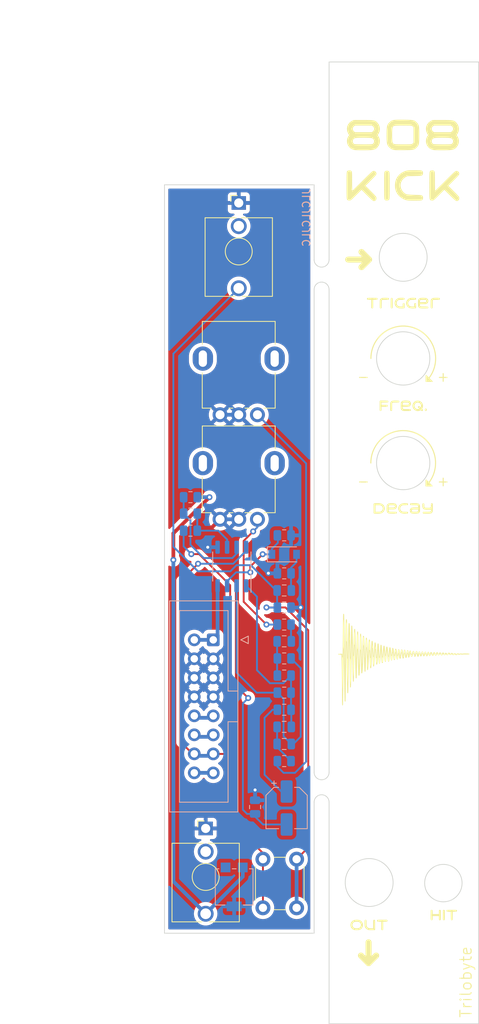
<source format=kicad_pcb>
(kicad_pcb (version 20211014) (generator pcbnew)
  (layers (0 "F.Cu" signal) (31 "B.Cu" signal) (34 "B.Paste" user) (35 "F.Paste" user) (36 "B.SilkS" user "B.Silkscreen") (37 "F.SilkS" user "F.Silkscreen") (38 "B.Mask" user) (39 "F.Mask" user) (44 "Edge.Cuts" user))
  (net 0 "")
  (net 1 "Net-(C1-Pad1)")
  (net 2 "Net-(C2-Pad1)")
  (net 3 "Net-(C2-Pad2)")
  (net 4 "Net-(C3-Pad1)")
  (net 5 "Net-(C4-Pad1)")
  (net 6 "OUT")
  (net 7 "Net-(D1-Pad1)")
  (net 8 "unconnected-(U2-Pad6)")
  (net 9 "TRIGGER")
  (net 10 "+12V")
  (net 11 "Net-(R5-Pad1)")
  (net 12 "GND")
  (net 13 "Net-(C5-Pad1)")
  (net 14 "Net-(C5-Pad2)")
  (net 17 "-12V")
  (net 18 "unconnected-(U2-Pad5)")
  (net 19 "Net-(R11-Pad2)")
  (net 20 "Net-(C4-Pad2)")
  (net 21 "Net-(R4-Pad2)")
  (net 22 "Net-(R13-Pad1)")
  (net 23 "unconnected-(U2-Pad8)")
  (footprint "LIBRARY-8-bit-computer:3.5mm-mono-jack-eurorack-2" (layer "F.Cu") (at 53.594 139.986)
    (fp_text reference "J2" hide)
    (fp_text value "AudioJack2_Ground" hide)
    (pad "G" thru_hole rect (at 0 -6.574 180) (size 1.93 1.83) (drill 1.22) (layers *.Cu *.Mask) (net 12 "GND"))
    (pad "S" thru_hole circle (at 0 -3.474 180) (size 2.13 2.13) (drill 1.42) (layers *.Cu *.Mask))
    (pad "T" thru_hole circle (at 0 4.826 180) (size 2.13 2.13) (drill 1.43) (layers *.Cu *.Mask) (net 6 "OUT"))
  )
  (footprint "LIBRARY-8-bit-computer:3.5mm-mono-jack-eurorack-2" (layer "F.Cu") (at 58.017 56.412)
    (fp_text reference "J1" hide)
    (fp_text value "AudioJack2_Ground" hide)
    (pad "G" thru_hole rect (at 0 -6.574 180) (size 1.93 1.83) (drill 1.22) (layers *.Cu *.Mask) (net 12 "GND"))
    (pad "S" thru_hole circle (at 0 -3.474 180) (size 2.13 2.13) (drill 1.42) (layers *.Cu *.Mask))
    (pad "T" thru_hole circle (at 0 4.826 180) (size 2.13 2.13) (drill 1.43) (layers *.Cu *.Mask) (net 9 "TRIGGER"))
  )
  (footprint "LOGO" (layer "F.Cu") (at 80.01 63.246)
    (fp_text reference "G***" hide)
    (fp_text value "LOGO" hide)
  )
  (footprint "LOGO" (layer "F.Cu") (at 80.07 110.84)
    (fp_text reference "G***" hide)
    (fp_text value "LOGO" hide)
  )
  (footprint "Button_Switch_THT:SW_PUSH_6mm" (layer "F.Cu") (at 61.25 144.018 90)
    (fp_text reference "SW1" hide)
    (fp_text value "SW_Push" hide)
    (pad "1" thru_hole circle locked (at 6.5 0 180) (size 2 2) (drill 1.1) (layers *.Cu *.Mask) (net 10 "+12V"))
    (pad "1" thru_hole circle locked (at 0 0 180) (size 2 2) (drill 1.1) (layers *.Cu *.Mask) (net 10 "+12V"))
    (pad "2" thru_hole circle locked (at 0 4.5 180) (size 2 2) (drill 1.1) (layers *.Cu *.Mask) (net 9 "TRIGGER"))
    (pad "2" thru_hole circle locked (at 6.5 4.5 180) (size 2 2) (drill 1.1) (layers *.Cu *.Mask) (net 9 "TRIGGER"))
  )
  (footprint "LIBRARY-8-bit-computer:alpha-9mm-potentiometer" (layer "F.Cu") (at 57.957 84.875 90)
    (fp_text reference "RV2" hide)
    (fp_text value "R_Potentiometer_US" hide)
    (pad "" thru_hole oval (at 0.268 -4.74 180) (size 2.72 3.24) (drill oval 1.1 2.2) (layers *.Cu *.Mask))
    (pad "" thru_hole oval (at 0.268 4.86) (size 2.72 3.24) (drill oval 1.1 2.2) (layers *.Cu *.Mask))
    (pad "1" thru_hole circle (at -7.232 -2.44 180) (size 2 2) (drill 1.2) (layers *.Cu *.Mask) (net 12 "GND"))
    (pad "2" thru_hole circle (at -7.232 0.06 180) (size 2 2) (drill 1.2) (layers *.Cu *.Mask) (net 12 "GND"))
    (pad "3" thru_hole circle (at -7.232 2.56 180) (size 2 2) (drill 1.2) (layers *.Cu *.Mask) (net 19 "Net-(R11-Pad2)"))
  )
  (footprint "LOGO" (layer "F.Cu") (at 80.01 90.678)
    (fp_text reference "G***" hide)
    (fp_text value "LOGO" hide)
  )
  (footprint "LIBRARY-8-bit-computer:alpha-9mm-potentiometer" (layer "F.Cu") (at 57.957 70.905 90)
    (fp_text reference "RV1" hide)
    (fp_text value "R_Potentiometer_US" hide)
    (pad "" thru_hole oval (at 0.268 -4.74 180) (size 2.72 3.24) (drill oval 1.1 2.2) (layers *.Cu *.Mask))
    (pad "" thru_hole oval (at 0.268 4.86) (size 2.72 3.24) (drill oval 1.1 2.2) (layers *.Cu *.Mask))
    (pad "1" thru_hole circle (at -7.232 -2.44 180) (size 2 2) (drill 1.2) (layers *.Cu *.Mask) (net 12 "GND"))
    (pad "2" thru_hole circle (at -7.232 0.06 180) (size 2 2) (drill 1.2) (layers *.Cu *.Mask) (net 12 "GND"))
    (pad "3" thru_hole circle (at -7.232 2.56 180) (size 2 2) (drill 1.2) (layers *.Cu *.Mask) (net 11 "Net-(R5-Pad1)"))
  )
  (footprint "LIBRARY-8-bit-computer:mouse-bite-2mm-slot" (layer "F.Cu") (at 69.092 59.412 90)
    (fp_text reference "mouse-bite-2mm-slot" hide)
    (fp_text value "VAL**" hide)
    (fp_arc (start -2 -1) (mid -1 0) (end -2 1) (layer "Edge.Cuts") (width 0.1))
    (fp_arc (start 2 1) (mid 1 0) (end 2 -1) (layer "Edge.Cuts") (width 0.1))
    (pad "" np_thru_hole circle (at 0.75 0.75 90) (size 0.5 0.5) (drill 0.5) (layers *.Cu *.Mask))
    (pad "" np_thru_hole circle (at 0 -0.75 90) (size 0.5 0.5) (drill 0.5) (layers *.Cu *.Mask))
    (pad "" np_thru_hole circle (at -0.75 -0.75 90) (size 0.5 0.5) (drill 0.5) (layers *.Cu *.Mask))
    (pad "" np_thru_hole circle (at -0.75 0.75 90) (size 0.5 0.5) (drill 0.5) (layers *.Cu *.Mask))
    (pad "" np_thru_hole circle (at 0 0.75 90) (size 0.5 0.5) (drill 0.5) (layers *.Cu *.Mask))
    (pad "" np_thru_hole circle (at 0.75 -0.75 90) (size 0.5 0.5) (drill 0.5) (layers *.Cu *.Mask))
  )
  (footprint "LOGO" (layer "F.Cu") (at 85.36 144.996)
    (fp_text reference "G***" hide)
    (fp_text value "LOGO" hide)
  )
  (footprint "LOGO" (layer "F.Cu") (at 80.01 76.962)
    (fp_text reference "G***" hide)
    (fp_text value "LOGO" hide)
  )
  (footprint "LOGO" (layer "F.Cu") (at 75.363167 146.334207)
    (fp_text reference "G***" hide)
    (fp_text value "LOGO" hide)
  )
  (footprint "LIBRARY-8-bit-computer:3.2mm-mounting-hole-eurorack" (layer "F.Cu") (at 77.604 33.988)
    (fp_text reference "H1" hide)
    (fp_text value "MountingHole" hide)
    (pad "" np_thru_hole oval (at 0 0) (size 6.4 3.2) (drill oval 6.4 3.2) (layers F&B.Cu *.Mask))
  )
  (footprint "LIBRARY-8-bit-computer:3.2mm-mounting-hole-eurorack" (layer "F.Cu") (at 77.604 156.512)
    (fp_text reference "H2" hide)
    (fp_text value "MountingHole" hide)
    (pad "" np_thru_hole oval (at 0 0) (size 6.4 3.2) (drill oval 6.4 3.2) (layers F&B.Cu *.Mask))
  )
  (footprint "LOGO" (layer "F.Cu") (at 80.01 44.196)
    (fp_text reference "G***" hide)
    (fp_text value "LOGO" hide)
  )
  (footprint "LIBRARY-8-bit-computer:mouse-bite-2mm-slot" (layer "F.Cu") (at 69.092 127.912 90)
    (fp_text reference "mouse-bite-2mm-slot" hide)
    (fp_text value "VAL**" hide)
    (fp_arc (start -2 -1) (mid -1 0) (end -2 1) (layer "Edge.Cuts") (width 0.1))
    (fp_arc (start 2 1) (mid 1 0) (end 2 -1) (layer "Edge.Cuts") (width 0.1))
    (pad "" np_thru_hole circle (at 0 0.75 90) (size 0.5 0.5) (drill 0.5) (layers *.Cu *.Mask))
    (pad "" np_thru_hole circle (at 0.75 -0.75 90) (size 0.5 0.5) (drill 0.5) (layers *.Cu *.Mask))
    (pad "" np_thru_hole circle (at 0.75 0.75 90) (size 0.5 0.5) (drill 0.5) (layers *.Cu *.Mask))
    (pad "" np_thru_hole circle (at 0 -0.75 90) (size 0.5 0.5) (drill 0.5) (layers *.Cu *.Mask))
    (pad "" np_thru_hole circle (at -0.75 0.75 90) (size 0.5 0.5) (drill 0.5) (layers *.Cu *.Mask))
    (pad "" np_thru_hole circle (at -0.75 -0.75 90) (size 0.5 0.5) (drill 0.5) (layers *.Cu *.Mask))
  )
  (footprint "Resistor_SMD:R_0805_2012Metric" (layer "B.Cu") (at 60.198 130.556 90)
    (fp_text reference "R9" hide)
    (fp_text value "R_Small_US" hide)
    (pad "1" smd roundrect (at -0.9125 0 90) (size 1.025 1.4) (layers "B.Cu" "B.Paste" "B.Mask") (roundrect_rratio 0.243902439) (net 20 "Net-(C4-Pad2)"))
    (pad "2" smd roundrect (at 0.9125 0 90) (size 1.025 1.4) (layers "B.Cu" "B.Paste" "B.Mask") (roundrect_rratio 0.243902439) (net 12 "GND"))
  )
  (footprint "Capacitor_SMD:CP_Elec_5x5.4" (layer "B.Cu") (at 64.416 130.684 -90)
    (fp_text reference "C4" hide)
    (fp_text value "C_Polarized" hide)
    (pad "1" smd roundrect locked (at -2.2 0 270) (size 3 1.6) (layers "B.Cu" "B.Paste" "B.Mask") (roundrect_rratio 0.15625) (net 5 "Net-(C4-Pad1)"))
    (pad "2" smd roundrect locked (at 2.2 0 270) (size 3 1.6) (layers "B.Cu" "B.Paste" "B.Mask") (roundrect_rratio 0.15625) (net 20 "Net-(C4-Pad2)"))
  )
  (footprint "Potentiometer_SMD:Potentiometer_Bourns_3224G_Horizontal" (layer "B.Cu") (at 57.404 141.224 90)
    (fp_text reference "RV3" hide)
    (fp_text value "R_Potentiometer_US" hide)
    (pad "1" smd rect locked (at 2.6 1.15 90) (size 1.3 1.3) (layers "B.Cu" "B.Paste" "B.Mask") (net 6 "OUT"))
    (pad "2" smd rect locked (at -2.6 0 90) (size 1.3 2) (layers "B.Cu" "B.Paste" "B.Mask") (net 12 "GND"))
    (pad "3" smd rect locked (at 2.6 -1.15 90) (size 1.3 1.3) (layers "B.Cu" "B.Paste" "B.Mask"))
  )
  (footprint "Capacitor_SMD:C_0805_2012Metric" (layer "B.Cu") (at 64.092 119.842 180)
    (fp_text reference "C3" hide)
    (fp_text value "C" hide)
    (pad "1" smd roundrect locked (at -0.95 0 180) (size 1 1.45) (layers "B.Cu" "B.Paste" "B.Mask") (net 4 "Net-(C3-Pad1)"))
    (pad "2" smd roundrect locked (at 0.95 0 180) (size 1 1.45) (layers "B.Cu" "B.Paste" "B.Mask") (net 2 "Net-(C2-Pad1)"))
  )
  (footprint "LIBRARY-8-bit-computer:IDC-Socket-Eurorack_16p_2.54mm" (layer "B.Cu") (at 53.34 117.094)
    (fp_text reference "U2" hide)
    (fp_text value "Eurorack_IDE_16P" hide)
    (pad "1" thru_hole roundrect (at 1.27 -8.878 180) (size 1.7 1.7) (drill 1) (layers *.Cu *.Mask) (roundrect_rratio 0.1470588235) (net 17 "-12V"))
    (pad "1" thru_hole circle (at -1.27 -8.878 180) (size 1.7 1.7) (drill 1) (layers *.Cu *.Mask) (net 17 "-12V"))
    (pad "2" thru_hole circle (at 1.27 -6.338 180) (size 1.7 1.7) (drill 1) (layers *.Cu *.Mask) (net 12 "GND"))
    (pad "2" thru_hole circle (at -1.27 -6.35 180) (size 1.7 1.7) (drill 1) (layers *.Cu *.Mask) (net 12 "GND"))
    (pad "3" thru_hole circle (at -1.27 -3.81 180) (size 1.7 1.7) (drill 1) (layers *.Cu *.Mask) (net 12 "GND"))
    (pad "3" thru_hole circle (at 1.27 -3.798 180) (size 1.7 1.7) (drill 1) (layers *.Cu *.Mask) (net 12 "GND"))
    (pad "4" thru_hole circle (at 1.27 -1.258 180) (size 1.7 1.7) (drill 1) (layers *.Cu *.Mask) (net 12 "GND"))
    (pad "4" thru_hole circle (at -1.27 -1.27 180) (size 1.7 1.7) (drill 1) (layers *.Cu *.Mask) (net 12 "GND"))
    (pad "5" thru_hole circle (at 1.27 1.282 180) (size 1.7 1.7) (drill 1) (layers *.Cu *.Mask) (net 18 "unconnected-(U2-Pad5)"))
    (pad "5" thru_hole circle (at -1.27 1.27 180) (size 1.7 1.7) (drill 1) (layers *.Cu *.Mask) (net 18 "unconnected-(U2-Pad5)"))
    (pad "6" thru_hole circle (at -1.27 3.81 180) (size 1.7 1.7) (drill 1) (layers *.Cu *.Mask) (net 8 "unconnected-(U2-Pad6)"))
    (pad "6" thru_hole circle (at 1.27 3.822 180) (size 1.7 1.7) (drill 1) (layers *.Cu *.Mask) (net 8 "unconnected-(U2-Pad6)"))
    (pad "7" thru_hole circle (at 1.27 6.362 180) (size 1.7 1.7) (drill 1) (layers *.Cu *.Mask) (net 10 "+12V"))
    (pad "7" thru_hole circle (at -1.27 6.35 180) (size 1.7 1.7) (drill 1) (layers *.Cu *.Mask) (net 10 "+12V"))
    (pad "8" thru_hole circle (at -1.27 8.89 180) (size 1.7 1.7) (drill 1) (layers *.Cu *.Mask) (net 23 "unconnected-(U2-Pad8)"))
    (pad "8" thru_hole circle (at 1.27 8.902 180) (size 1.7 1.7) (drill 1) (layers *.Cu *.Mask) (net 23 "unconnected-(U2-Pad8)"))
  )
  (footprint "Resistor_SMD:R_0805_2012Metric" (layer "B.Cu") (at 64.092 117.556)
    (fp_text reference "R8" hide)
    (fp_text value "R_Small_US" hide)
    (pad "1" smd roundrect (at -0.9125 0) (size 1.025 1.4) (layers "B.Cu" "B.Paste" "B.Mask") (roundrect_rratio 0.243902439) (net 5 "Net-(C4-Pad1)"))
    (pad "2" smd roundrect (at 0.9125 0) (size 1.025 1.4) (layers "B.Cu" "B.Paste" "B.Mask") (roundrect_rratio 0.243902439) (net 4 "Net-(C3-Pad1)"))
  )
  (footprint "Capacitor_SMD:C_0805_2012Metric" (layer "B.Cu") (at 64.092 101.616 180)
    (fp_text reference "C1" hide)
    (fp_text value "C" hide)
    (pad "1" smd roundrect locked (at -0.95 0 180) (size 1 1.45) (layers "B.Cu" "B.Paste" "B.Mask") (net 1 "Net-(C1-Pad1)"))
    (pad "2" smd roundrect locked (at 0.95 0 180) (size 1 1.45) (layers "B.Cu" "B.Paste" "B.Mask") (net 9 "TRIGGER"))
  )
  (footprint "Resistor_SMD:R_0805_2012Metric" (layer "B.Cu") (at 64.092 103.902 180)
    (fp_text reference "R1" hide)
    (fp_text value "R_Small_US" hide)
    (pad "1" smd roundrect (at -0.9125 0 180) (size 1.025 1.4) (layers "B.Cu" "B.Paste" "B.Mask") (roundrect_rratio 0.243902439) (net 12 "GND"))
    (pad "2" smd roundrect (at 0.9125 0 180) (size 1.025 1.4) (layers "B.Cu" "B.Paste" "B.Mask") (roundrect_rratio 0.243902439) (net 9 "TRIGGER"))
  )
  (footprint "Resistor_SMD:R_0805_2012Metric" (layer "B.Cu") (at 64.092 106.176 180)
    (fp_text reference "R11" hide)
    (fp_text value "R_Small_US" hide)
    (pad "1" smd roundrect (at -0.9125 0 180) (size 1.025 1.4) (layers "B.Cu" "B.Paste" "B.Mask") (roundrect_rratio 0.243902439) (net 14 "Net-(C5-Pad2)"))
    (pad "2" smd roundrect (at 0.9125 0 180) (size 1.025 1.4) (layers "B.Cu" "B.Paste" "B.Mask") (roundrect_rratio 0.243902439) (net 19 "Net-(R11-Pad2)"))
  )
  (footprint "Resistor_SMD:R_0805_2012Metric" (layer "B.Cu") (at 64.092 124.414)
    (fp_text reference "R5" hide)
    (fp_text value "R_Small_US" hide)
    (pad "1" smd roundrect (at -0.9125 0) (size 1.025 1.4) (layers "B.Cu" "B.Paste" "B.Mask") (roundrect_rratio 0.243902439) (net 11 "Net-(R5-Pad1)"))
    (pad "2" smd roundrect (at 0.9125 0) (size 1.025 1.4) (layers "B.Cu" "B.Paste" "B.Mask") (roundrect_rratio 0.243902439) (net 2 "Net-(C2-Pad1)"))
  )
  (footprint "Package_SO:SO-8_3.9x4.9mm_P1.27mm" (layer "B.Cu") (at 57.092 98.412 90)
    (fp_text reference "U1" hide)
    (fp_text value "TL072" hide)
    (pad "1" smd roundrect locked (at -2.575 1.905 90) (size 1.75 0.6) (layers "B.Cu" "B.Paste" "B.Mask") (net 4 "Net-(C3-Pad1)"))
    (pad "2" smd roundrect locked (at -2.575 0.635 90) (size 1.75 0.6) (layers "B.Cu" "B.Paste" "B.Mask") (net 3 "Net-(C2-Pad2)"))
    (pad "3" smd roundrect locked (at -2.575 -0.635 90) (size 1.75 0.6) (layers "B.Cu" "B.Paste" "B.Mask") (net 7 "Net-(D1-Pad1)"))
    (pad "4" smd roundrect locked (at -2.575 -1.905 90) (size 1.75 0.6) (layers "B.Cu" "B.Paste" "B.Mask") (net 17 "-12V"))
    (pad "5" smd roundrect locked (at 2.575 -1.905 90) (size 1.75 0.6) (layers "B.Cu" "B.Paste" "B.Mask") (net 12 "GND"))
    (pad "6" smd roundrect locked (at 2.575 -0.635 90) (size 1.75 0.6) (layers "B.Cu" "B.Paste" "B.Mask") (net 21 "Net-(R4-Pad2)"))
    (pad "7" smd roundrect locked (at 2.575 0.635 90) (size 1.75 0.6) (layers "B.Cu" "B.Paste" "B.Mask") (net 22 "Net-(R13-Pad1)"))
    (pad "8" smd roundrect locked (at 2.575 1.905 90) (size 1.75 0.6) (layers "B.Cu" "B.Paste" "B.Mask") (net 10 "+12V"))
  )
  (footprint "Resistor_SMD:R_0805_2012Metric" (layer "B.Cu") (at 64.092 94.25 180)
    (fp_text reference "R3" hide)
    (fp_text value "R_Small_US" hide)
    (pad "1" smd roundrect (at -0.9125 0 180) (size 1.025 1.4) (layers "B.Cu" "B.Paste" "B.Mask") (roundrect_rratio 0.243902439) (net 12 "GND"))
    (pad "2" smd roundrect (at 0.9125 0 180) (size 1.025 1.4) (layers "B.Cu" "B.Paste" "B.Mask") (roundrect_rratio 0.243902439) (net 7 "Net-(D1-Pad1)"))
  )
  (footprint "Resistor_SMD:R_0805_2012Metric" (layer "B.Cu") (at 51.562 93.628)
    (fp_text reference "R4" hide)
    (fp_text value "R_Small_US" hide)
    (pad "1" smd roundrect (at -0.9125 0) (size 1.025 1.4) (layers "B.Cu" "B.Paste" "B.Mask") (roundrect_rratio 0.243902439) (net 20 "Net-(C4-Pad2)"))
    (pad "2" smd roundrect (at 0.9125 0) (size 1.025 1.4) (layers "B.Cu" "B.Paste" "B.Mask") (roundrect_rratio 0.243902439) (net 21 "Net-(R4-Pad2)"))
  )
  (footprint "Capacitor_SMD:C_0805_2012Metric" (layer "B.Cu") (at 64.092 122.128)
    (fp_text reference "C2" hide)
    (fp_text value "C" hide)
    (pad "1" smd roundrect locked (at -0.95 0) (size 1 1.45) (layers "B.Cu" "B.Paste" "B.Mask") (net 2 "Net-(C2-Pad1)"))
    (pad "2" smd roundrect locked (at 0.95 0) (size 1 1.45) (layers "B.Cu" "B.Paste" "B.Mask") (net 3 "Net-(C2-Pad2)"))
  )
  (footprint "Diode_SMD:D_SOD-123" (layer "B.Cu") (at 64.092 96.79)
    (fp_text reference "D1" hide)
    (fp_text value "BAT54J" hide)
    (pad "1" smd rect locked (at -1.65 0) (size 0.9 1.2) (layers "B.Cu" "B.Paste" "B.Mask") (net 7 "Net-(D1-Pad1)"))
    (pad "2" smd rect locked (at 1.65 0) (size 0.9 1.2) (layers "B.Cu" "B.Paste" "B.Mask") (net 1 "Net-(C1-Pad1)"))
  )
  (footprint "Resistor_SMD:R_0805_2012Metric" (layer "B.Cu") (at 51.562 91.342 180)
    (fp_text reference "R7" hide)
    (fp_text value "R_Small_US" hide)
    (pad "1" smd roundrect (at -0.9125 0 180) (size 1.025 1.4) (layers "B.Cu" "B.Paste" "B.Mask") (roundrect_rratio 0.243902439) (net 21 "Net-(R4-Pad2)"))
    (pad "2" smd roundrect (at 0.9125 0 180) (size 1.025 1.4) (layers "B.Cu" "B.Paste" "B.Mask") (roundrect_rratio 0.243902439) (net 22 "Net-(R13-Pad1)"))
  )
  (footprint "Resistor_SMD:R_0805_2012Metric" (layer "B.Cu") (at 64.092 99.33)
    (fp_text reference "R2" hide)
    (fp_text value "R_Small_US" hide)
    (pad "1" smd roundrect (at -0.9125 0) (size 1.025 1.4) (layers "B.Cu" "B.Paste" "B.Mask") (roundrect_rratio 0.243902439) (net 12 "GND"))
    (pad "2" smd roundrect (at 0.9125 0) (size 1.025 1.4) (layers "B.Cu" "B.Paste" "B.Mask") (roundrect_rratio 0.243902439) (net 1 "Net-(C1-Pad1)"))
  )
  (footprint "Resistor_SMD:R_0805_2012Metric" (layer "B.Cu") (at 64.092 110.698)
    (fp_text reference "R10" hide)
    (fp_text value "R_Small_US" hide)
    (pad "1" smd roundrect (at -0.9125 0) (size 1.025 1.4) (layers "B.Cu" "B.Paste" "B.Mask") (roundrect_rratio 0.243902439) (net 13 "Net-(C5-Pad1)"))
    (pad "2" smd roundrect (at 0.9125 0) (size 1.025 1.4) (layers "B.Cu" "B.Paste" "B.Mask") (roundrect_rratio 0.243902439) (net 3 "Net-(C2-Pad2)"))
  )
  (footprint "Resistor_SMD:R_0805_2012Metric" (layer "B.Cu") (at 64.092 112.984 180)
    (fp_text reference "R12" hide)
    (fp_text value "R_Small_US" hide)
    (pad "1" smd roundrect (at -0.9125 0 180) (size 1.025 1.4) (layers "B.Cu" "B.Paste" "B.Mask") (roundrect_rratio 0.243902439) (net 4 "Net-(C3-Pad1)"))
    (pad "2" smd roundrect (at 0.9125 0 180) (size 1.025 1.4) (layers "B.Cu" "B.Paste" "B.Mask") (roundrect_rratio 0.243902439) (net 13 "Net-(C5-Pad1)"))
  )
  (footprint "Capacitor_SMD:C_0805_2012Metric" (layer "B.Cu") (at 64.092 108.412)
    (fp_text reference "C5" hide)
    (fp_text value "C" hide)
    (pad "1" smd roundrect locked (at -0.95 0) (size 1 1.45) (layers "B.Cu" "B.Paste" "B.Mask") (net 13 "Net-(C5-Pad1)"))
    (pad "2" smd roundrect locked (at 0.95 0) (size 1 1.45) (layers "B.Cu" "B.Paste" "B.Mask") (net 14 "Net-(C5-Pad2)"))
  )
  (footprint "Resistor_SMD:R_0805_2012Metric" (layer "B.Cu") (at 51.562 89.154)
    (fp_text reference "R13" hide)
    (fp_text value "R_Small_US" hide)
    (pad "1" smd roundrect (at -0.9125 0) (size 1.025 1.4) (layers "B.Cu" "B.Paste" "B.Mask") (roundrect_rratio 0.243902439) (net 22 "Net-(R13-Pad1)"))
    (pad "2" smd roundrect (at 0.9125 0) (size 1.025 1.4) (layers "B.Cu" "B.Paste" "B.Mask") (roundrect_rratio 0.243902439) (net 6 "OUT"))
  )
  (footprint "Resistor_SMD:R_0805_2012Metric" (layer "B.Cu") (at 64.092 115.27 180)
    (fp_text reference "R6" hide)
    (fp_text value "R_Small_US" hide)
    (pad "1" smd roundrect (at -0.9125 0 180) (size 1.025 1.4) (layers "B.Cu" "B.Paste" "B.Mask") (roundrect_rratio 0.243902439) (net 4 "Net-(C3-Pad1)"))
    (pad "2" smd roundrect (at 0.9125 0 180) (size 1.025 1.4) (layers "B.Cu" "B.Paste" "B.Mask") (roundrect_rratio 0.243902439) (net 3 "Net-(C2-Pad2)"))
  )
  (gr_line (start 74.168 87.122) (end 75.184 87.122) (layer "F.SilkS") (width 0.15))
  (gr_line (start 84.836 73.152) (end 85.852 73.152) (layer "F.SilkS") (width 0.15))
  (gr_poly (pts (xy 83.84113 73.670565) (xy 83.068565 73.670565) (xy 83.068565 72.898)) (layer "F.SilkS") (width 0.15) (fill solid))
  (gr_line (start 74.168 73.152) (end 75.184 73.152) (layer "F.SilkS") (width 0.15))
  (gr_line (start 75.37 151.414) (end 76.386 150.398) (layer "F.SilkS") (width 0.8))
  (gr_line (start 85.344 73.66) (end 85.344 72.644) (layer "F.SilkS") (width 0.15))
  (gr_arc (start 75.673971 84.582) (mid 81.654718 80.585792) (end 83.058 87.640565) (layer "F.SilkS") (width 0.15))
  (gr_line (start 72.644 57.404) (end 75.438 57.404) (layer "F.SilkS") (width 0.8))
  (gr_line (start 84.836 87.122) (end 85.852 87.122) (layer "F.SilkS") (width 0.15))
  (gr_line (start 85.344 87.63) (end 85.344 86.614) (layer "F.SilkS") (width 0.15))
  (gr_arc (start 75.684536 70.612) (mid 81.665283 66.615792) (end 83.068565 73.670565) (layer "F.SilkS") (width 0.15))
  (gr_poly (pts (xy 83.830565 87.640565) (xy 83.058 87.640565) (xy 83.058 86.868)) (layer "F.SilkS") (width 0.15) (fill solid))
  (gr_line (start 75.438 57.404) (end 74.422 58.42) (layer "F.SilkS") (width 0.8))
  (gr_line (start 75.37 151.414) (end 74.354 150.398) (layer "F.SilkS") (width 0.8))
  (gr_line (start 75.37 148.62) (end 75.37 151.414) (layer "F.SilkS") (width 0.8))
  (gr_line (start 75.438 57.404) (end 74.422 56.388) (layer "F.SilkS") (width 0.8))
  (gr_line (start 70.092 57.412) (end 70.092 31) (layer "Edge.Cuts") (width 0.1))
  (gr_line (start 70.092 31) (end 90.092 31) (layer "Edge.Cuts") (width 0.1))
  (gr_line (start 48.092 147.412) (end 68.092 147.412) (layer "Edge.Cuts") (width 0.1))
  (gr_line (start 68.092 47.412) (end 48.092 47.412) (layer "Edge.Cuts") (width 0.1))
  (gr_circle (center 80 84.592) (end 83.56 84.592) (layer "Edge.Cuts") (width 0.1) (fill none))
  (gr_circle (center 80 70.612) (end 83.56 70.612) (layer "Edge.Cuts") (width 0.1) (fill none))
  (gr_line (start 70.092 125.912) (end 70.092 61.412) (layer "Edge.Cuts") (width 0.1))
  (gr_circle (center 85.37 140.716) (end 87.87 140.716) (layer "Edge.Cuts") (width 0.1) (fill none))
  (gr_circle (center 75.45 140.64) (end 78.65 140.64) (layer "Edge.Cuts") (width 0.1) (fill none))
  (gr_line (start 68.092 61.412) (end 68.092 125.912) (layer "Edge.Cuts") (width 0.1))
  (gr_line (start 90.092 31) (end 90.092 159.512) (layer "Edge.Cuts") (width 0.1))
  (gr_line (start 68.092 129.912) (end 68.092 147.412) (layer "Edge.Cuts") (width 0.1))
  (gr_circle (center 80 57.102) (end 83.2 57.102) (layer "Edge.Cuts") (width 0.1) (fill none))
  (gr_line (start 68.092 57.412) (end 68.092 47.412) (layer "Edge.Cuts") (width 0.1))
  (gr_line (start 48.092 47.412) (end 48.092 147.412) (layer "Edge.Cuts") (width 0.1))
  (gr_line (start 90.092 159.512) (end 70.092 159.512) (layer "Edge.Cuts") (width 0.1))
  (gr_line (start 70.092 159.512) (end 70.092 129.912) (layer "Edge.Cuts") (width 0.1))
  (gr_text "JLCJLCJLC" (at 67.056 51.816 90) (layer "B.SilkS") (effects (font (size 1 1)) (justify mirror)))
  (gr_text "Trilobyte" (at 88.392 153.924 90) (layer "F.SilkS") (effects (font (size 1.5 1.5))))
  (segment (start 65.0045 99.33) (end 65.0045 98.5715) (width 0.25) (layer "B.Cu") (net 1))
  (segment (start 65.0045 99.33) (end 65.0045 101.5785) (width 0.25) (layer "B.Cu") (net 1))
  (segment (start 65.742 97.834) (end 65.742 96.79) (width 0.25) (layer "B.Cu") (net 1))
  (segment (start 65.0045 98.5715) (end 65.742 97.834) (width 0.25) (layer "B.Cu") (net 1))
  (segment (start 63.142 122.5515) (end 65.0045 124.414) (width 0.25) (layer "B.Cu") (net 2))
  (segment (start 63.142 119.842) (end 63.142 122.128) (width 0.25) (layer "B.Cu") (net 2))
  (segment (start 57.727 100.987) (end 57.727 112.591) (width 0.25) (layer "B.Cu") (net 3))
  (segment (start 57.727 112.591) (end 60.406 115.27) (width 0.25) (layer "B.Cu") (net 3))
  (segment (start 66.294 111.9875) (end 66.294 121.158) (width 0.25) (layer "B.Cu") (net 3))
  (segment (start 64.008 118.252493) (end 64.01652 118.243973) (width 0.25) (layer "B.Cu") (net 3))
  (segment (start 64.01652 118.243973) (end 64.01652 116.10702) (width 0.25) (layer "B.Cu") (net 3))
  (segment (start 60.406 115.27) (end 63.1795 115.27) (width 0.25) (layer "B.Cu") (net 3))
  (segment (start 64.008 121.094) (end 64.008 118.252493) (width 0.25) (layer "B.Cu") (net 3))
  (segment (start 65.0045 110.698) (end 66.294 111.9875) (width 0.25) (layer "B.Cu") (net 3))
  (segment (start 66.294 121.158) (end 65.324 122.128) (width 0.25) (layer "B.Cu") (net 3))
  (segment (start 64.01652 116.10702) (end 63.1795 115.27) (width 0.25) (layer "B.Cu") (net 3))
  (segment (start 65.042 122.128) (end 64.008 121.094) (width 0.25) (layer "B.Cu") (net 3))
  (segment (start 62.19252 114.00852) (end 63.97998 114.00852) (width 0.25) (layer "B.Cu") (net 4))
  (segment (start 65.0045 117.556) (end 65.0045 115.27) (width 0.25) (layer "B.Cu") (net 4))
  (segment (start 58.997 100.987) (end 60.452 102.442) (width 0.25) (layer "B.Cu") (net 4))
  (segment (start 65.0045 115.27) (end 65.0045 112.984) (width 0.25) (layer "B.Cu") (net 4))
  (segment (start 60.452 112.268) (end 62.19252 114.00852) (width 0.25) (layer "B.Cu") (net 4))
  (segment (start 63.97998 114.00852) (end 65.0045 112.984) (width 0.25) (layer "B.Cu") (net 4))
  (segment (start 65.042 119.842) (end 65.042 117.5935) (width 0.25) (layer "B.Cu") (net 4))
  (segment (start 60.452 102.442) (end 60.452 112.268) (width 0.25) (layer "B.Cu") (net 4))
  (segment (start 63.1795 117.556) (end 62.53 117.556) (width 0.25) (layer "B.Cu") (net 5))
  (segment (start 61.468 118.618) (end 61.468 126.238) (width 0.25) (layer "B.Cu") (net 5))
  (segment (start 63.714 128.484) (end 64.416 128.484) (width 0.25) (layer "B.Cu") (net 5))
  (segment (start 61.468 126.238) (end 63.714 128.484) (width 0.25) (layer "B.Cu") (net 5))
  (segment (start 62.53 117.556) (end 61.468 118.618) (width 0.25) (layer "B.Cu") (net 5))
  (segment (start 49.276 93.98) (end 54.102 89.154) (width 0.5) (layer "F.Cu") (net 6))
  (segment (start 49.276 97.536) (end 49.276 93.98) (width 0.5) (layer "F.Cu") (net 6))
  (via (at 49.276 97.536) (size 0.8) (drill 0.4) (layers "F.Cu" "B.Cu") (net 6))
  (via (at 54.102 89.154) (size 0.8) (drill 0.4) (layers "F.Cu" "B.Cu") (net 6))
  (segment (start 53.594 144.812) (end 49.276 140.494) (width 0.5) (layer "B.Cu") (net 6))
  (segment (start 49.276 140.494) (end 49.276 97.536) (width 0.5) (layer "B.Cu") (net 6))
  (segment (start 53.594 144.812) (end 58.554 139.852) (width 0.5) (layer "B.Cu") (net 6))
  (segment (start 58.554 139.852) (end 58.554 138.624) (width 0.5) (layer "B.Cu") (net 6))
  (segment (start 54.102 89.154) (end 52.4745 89.154) (width 0.5) (layer "B.Cu") (net 6))
  (segment (start 61.214 96.774) (end 59.558701 98.429299) (width 0.25) (layer "F.Cu") (net 7))
  (segment (start 59.558701 98.429299) (end 59.558701 99.191299) (width 0.25) (layer "F.Cu") (net 7))
  (via (at 59.558701 99.191299) (size 0.8) (drill 0.4) (layers "F.Cu" "B.Cu") (net 7))
  (via (at 61.214 96.774) (size 0.8) (drill 0.4) (layers "F.Cu" "B.Cu") (net 7))
  (segment (start 62.442 96.79) (end 61.23 96.79) (width 0.25) (layer "B.Cu") (net 7))
  (segment (start 62.442 96.79) (end 62.442 96.054) (width 0.25) (layer "B.Cu") (net 7))
  (segment (start 57.654405 99.191299) (end 59.558701 99.191299) (width 0.25) (layer "B.Cu") (net 7))
  (segment (start 61.23 96.79) (end 61.214 96.774) (width 0.25) (layer "B.Cu") (net 7))
  (segment (start 62.442 96.054) (end 63.246 95.25) (width 0.25) (layer "B.Cu") (net 7))
  (segment (start 56.457 100.388704) (end 57.654405 99.191299) (width 0.25) (layer "B.Cu") (net 7))
  (segment (start 63.246 95.25) (end 63.246 94.3165) (width 0.25) (layer "B.Cu") (net 7))
  (segment (start 54.236 121.17) (end 52.5 121.17) (width 0.5) (layer "B.Cu") (net 8))
  (segment (start 67.31 135.958) (end 65.75 137.518) (width 0.25) (layer "F.Cu") (net 9))
  (segment (start 61.722 103.886) (end 64.262 103.886) (width 0.25) (layer "F.Cu") (net 9))
  (segment (start 67.31 106.934) (end 67.31 135.958) (width 0.25) (layer "F.Cu") (net 9))
  (segment (start 64.262 103.886) (end 67.31 106.934) (width 0.25) (layer "F.Cu") (net 9))
  (via (at 61.722 103.886) (size 0.8) (drill 0.4) (layers "F.Cu" "B.Cu") (net 9))
  (segment (start 57.716489 98.239511) (end 56.896 99.06) (width 0.25) (layer "B.Cu") (net 9))
  (segment (start 65.75 144.018) (end 65.75 137.518) (width 0.5) (layer "B.Cu") (net 9))
  (segment (start 49.276 95.7666) (end 49.276 69.979) (width 0.25) (layer "B.Cu") (net 9))
  (segment (start 63.1795 103.902) (end 61.738 103.902) (width 0.25) (layer "B.Cu") (net 9))
  (segment (start 49.276 69.979) (end 58.017 61.238) (width 0.25) (layer "B.Cu") (net 9))
  (segment (start 61.738 103.902) (end 61.722 103.886) (width 0.25) (layer "B.Cu") (net 9))
  (segment (start 62.8794 101.4874) (end 59.631511 98.239511) (width 0.25) (layer "B.Cu") (net 9))
  (segment (start 52.5694 99.06) (end 49.276 95.7666) (width 0.25) (layer "B.Cu") (net 9))
  (segment (start 63.142 101.616) (end 63.142 103.8645) (width 0.25) (layer "B.Cu") (net 9))
  (segment (start 56.896 99.06) (end 52.5694 99.06) (width 0.25) (layer "B.Cu") (net 9))
  (segment (start 59.631511 98.239511) (end 57.716489 98.239511) (width 0.25) (layer "B.Cu") (net 9))
  (segment (start 61.25 137.518) (end 61.25 136.704) (width 0.25) (layer "F.Cu") (net 10))
  (segment (start 50.292 121.898) (end 50.292 100.33) (width 0.25) (layer "F.Cu") (net 10))
  (segment (start 61.25 137.518) (end 61.25 144.018) (width 0.25) (layer "F.Cu") (net 10))
  (segment (start 52.092 123.698) (end 50.292 121.898) (width 0.25) (layer "F.Cu") (net 10))
  (segment (start 61.25 136.704) (end 57.19 132.644) (width 0.25) (layer "F.Cu") (net 10))
  (segment (start 56.156 123.456) (end 54.61 123.456) (width 0.25) (layer "F.Cu") (net 10))
  (segment (start 50.292 100.33) (end 52.578 98.044) (width 0.25) (layer "F.Cu") (net 10))
  (segment (start 57.19 124.49) (end 56.156 123.456) (width 0.25) (layer "F.Cu") (net 10))
  (segment (start 57.19 132.644) (end 57.19 124.49) (width 0.25) (layer "F.Cu") (net 10))
  (via (at 52.578 98.044) (size 0.8) (drill 0.4) (layers "F.Cu" "B.Cu") (net 10))
  (segment (start 54.632 123.71) (end 52.104 123.71) (width 0.5) (layer "B.Cu") (net 10))
  (segment (start 57.276296 98.044) (end 52.578 98.044) (width 0.25) (layer "B.Cu") (net 10))
  (segment (start 58.997 96.323296) (end 57.276296 98.044) (width 0.25) (layer "B.Cu") (net 10))
  (segment (start 65.532 125.984) (end 67.018501 124.497499) (width 0.25) (layer "B.Cu") (net 11))
  (segment (start 67.018501 84.638501) (end 60.517 78.137) (width 0.25) (layer "B.Cu") (net 11))
  (segment (start 63.1795 125.1555) (end 64.008 125.984) (width 0.25) (layer "B.Cu") (net 11))
  (segment (start 67.018501 124.497499) (end 67.018501 84.638501) (width 0.25) (layer "B.Cu") (net 11))
  (segment (start 64.008 125.984) (end 65.532 125.984) (width 0.25) (layer "B.Cu") (net 11))
  (segment (start 63.1795 124.414) (end 63.1795 125.1555) (width 0.25) (layer "B.Cu") (net 11))
  (via (at 60.198 128.27) (size 0.8) (drill 0.4) (layers "F.Cu" "B.Cu") (net 12))
  (via (at 53.87 95.84) (size 0.8) (drill 0.4) (layers "F.Cu" "B.Cu") (net 12))
  (via (at 66.294 103.886) (size 0.8) (drill 0.4) (layers "F.Cu" "B.Cu") (net 12))
  (via (at 61.976 99.314) (size 0.8) (drill 0.4) (layers "F.Cu" "B.Cu") (net 12))
  (segment (start 55.517 92.107) (end 58.017 92.107) (width 0.5) (layer "B.Cu") (net 12))
  (segment (start 65.0045 103.902) (end 66.278 103.902) (width 0.5) (layer "B.Cu") (net 12))
  (segment (start 63.1795 99.33) (end 61.992 99.33) (width 0.5) (layer "B.Cu") (net 12))
  (segment (start 60.198 129.6435) (end 60.198 128.27) (width 0.5) (layer "B.Cu") (net 12))
  (segment (start 55.517 78.137) (end 58.017 78.137) (width 0.5) (layer "B.Cu") (net 12))
  (segment (start 61.992 99.33) (end 61.976 99.314) (width 0.5) (layer "B.Cu") (net 12))
  (segment (start 53.873 95.837) (end 53.87 95.84) (width 0.25) (layer "B.Cu") (net 12))
  (segment (start 66.278 103.902) (end 66.294 103.886) (width 0.5) (layer "B.Cu") (net 12))
  (segment (start 55.187 95.837) (end 53.873 95.837) (width 0.25) (layer "B.Cu") (net 12))
  (segment (start 63.142 108.412) (end 63.142 112.9465) (width 0.25) (layer "B.Cu") (net 13))
  (segment (start 65.0045 106.176) (end 65.0045 108.3745) (width 0.25) (layer "B.Cu") (net 14))
  (segment (start 55.187 100.987) (end 55.187 107.915) (width 0.5) (layer "B.Cu") (net 17))
  (segment (start 52.07 108.216) (end 54.61 108.216) (width 0.5) (layer "B.Cu") (net 17))
  (segment (start 54.632 118.63) (end 52.104 118.63) (width 0.5) (layer "B.Cu") (net 18))
  (segment (start 58.674 103.124) (end 61.722 106.172) (width 0.25) (layer "F.Cu") (net 19))
  (segment (start 59.944 93.726) (end 58.674 94.996) (width 0.25) (layer "F.Cu") (net 19))
  (segment (start 58.674 94.996) (end 58.674 103.124) (width 0.25) (layer "F.Cu") (net 19))
  (via (at 59.944 93.726) (size 0.8) (drill 0.4) (layers "F.Cu" "B.Cu") (net 19))
  (via (at 61.722 106.172) (size 0.8) (drill 0.4) (layers "F.Cu" "B.Cu") (net 19))
  (segment (start 60.517 92.107) (end 60.517 93.153) (width 0.25) (layer "B.Cu") (net 19))
  (segment (start 61.722 106.172) (end 63.1755 106.172) (width 0.25) (layer "B.Cu") (net 19))
  (segment (start 60.517 93.153) (end 59.944 93.726) (width 0.25) (layer "B.Cu") (net 19))
  (segment (start 56.87 100.92) (end 56.87 113.58) (width 0.25) (layer "F.Cu") (net 20))
  (segment (start 51.68 96.76) (end 52.71 96.76) (width 0.25) (layer "F.Cu") (net 20))
  (segment (start 52.71 96.76) (end 56.87 100.92) (width 0.25) (layer "F.Cu") (net 20))
  (segment (start 56.87 113.58) (end 59.28 115.99) (width 0.25) (layer "F.Cu") (net 20))
  (via (at 59.28 115.99) (size 0.8) (drill 0.4) (layers "F.Cu" "B.Cu") (net 20))
  (via (at 51.68 96.76) (size 0.8) (drill 0.4) (layers "F.Cu" "B.Cu") (net 20))
  (segment (start 61.256 132.884) (end 60.198 131.826) (width 0.25) (layer "B.Cu") (net 20))
  (segment (start 59.1285 131.4685) (end 60.198 131.4685) (width 0.25) (layer "B.Cu") (net 20))
  (segment (start 58.57 116.7) (end 58.57 130.91) (width 0.25) (layer "B.Cu") (net 20))
  (segment (start 50.6495 95.7295) (end 51.68 96.76) (width 0.25) (layer "B.Cu") (net 20))
  (segment (start 50.6495 93.628) (end 50.6495 95.7295) (width 0.25) (layer "B.Cu") (net 20))
  (segment (start 59.28 115.99) (end 58.57 116.7) (width 0.25) (layer "B.Cu") (net 20))
  (segment (start 64.416 132.884) (end 61.256 132.884) (width 0.25) (layer "B.Cu") (net 20))
  (segment (start 58.57 130.91) (end 59.1285 131.4685) (width 0.25) (layer "B.Cu") (net 20))
  (segment (start 52.4745 93.628) (end 52.4745 91.342) (width 0.25) (layer "B.Cu") (net 21))
  (segment (start 56.457 94.811) (end 55.274 93.628) (width 0.25) (layer "B.Cu") (net 21))
  (segment (start 55.274 93.628) (end 52.4745 93.628) (width 0.25) (layer "B.Cu") (net 21))
  (segment (start 56.457 95.837) (end 56.457 94.811) (width 0.25) (layer "B.Cu") (net 21))
  (segment (start 51.562 92.2545) (end 51.562 95.504) (width 0.25) (layer "B.Cu") (net 22))
  (segment (start 53.34 97.282) (end 57.15 97.282) (width 0.25) (layer "B.Cu") (net 22))
  (segment (start 57.15 97.282) (end 57.727 96.705) (width 0.25) (layer "B.Cu") (net 22))
  (segment (start 50.6495 89.154) (end 50.6495 91.342) (width 0.25) (layer "B.Cu") (net 22))
  (segment (start 57.727 96.705) (end 57.727 95.837) (width 0.25) (layer "B.Cu") (net 22))
  (segment (start 50.6495 91.342) (end 51.562 92.2545) (width 0.25) (layer "B.Cu") (net 22))
  (segment (start 51.562 95.504) (end 53.34 97.282) (width 0.25) (layer "B.Cu") (net 22))
  (segment (start 52.07 125.984) (end 54.598 125.984) (width 0.5) (layer "B.Cu") (net 23))
  (zone (net 12) (net_name "GND") (layer "F.Cu") (connect_pads (clearance 0.508)) (min_thickness 0.254) (fill yes (thermal_gap 0.508) (thermal_bridge_width 0.508))
    (polygon (pts (xy 68.58 148.082) (xy 47.752 148.082) (xy 47.752 46.99) (xy 68.58 46.99)))
  )
  (zone (net 12) (net_name "GND") (layer "B.Cu") (connect_pads (clearance 0.508)) (min_thickness 0.254) (fill yes (thermal_gap 0.508) (thermal_bridge_width 0.508))
    (polygon (pts (xy 68.58 148.082) (xy 47.752 148.082) (xy 47.752 46.99) (xy 68.58 46.99)))
  )
)
</source>
